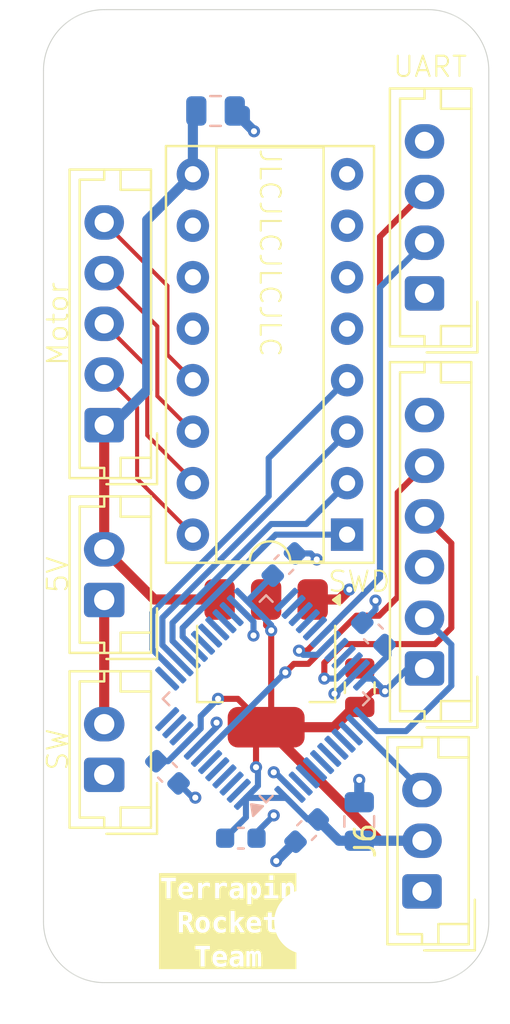
<source format=kicad_pcb>
(kicad_pcb (version 20240108) (generator "pcbnew") (generator_version "8.0")
  (layers (0 "F.Cu" signal) (1 "In1.Cu" signal) (2 "In2.Cu" signal) (31 "B.Cu" signal) (34 "B.Paste" user) (35 "F.Paste" user) (36 "B.SilkS" user "B.Silkscreen") (37 "F.SilkS" user "F.Silkscreen") (38 "B.Mask" user) (39 "F.Mask" user) (44 "Edge.Cuts" user))
  (net 0 "")
  (net 1 "GND")
  (net 2 "+3.3V")
  (net 3 "+5V")
  (net 4 "Net-(J1-Pin_1)")
  (net 5 "Net-(J3-Pin_5)")
  (net 6 "Net-(J3-Pin_3)")
  (net 7 "Net-(J3-Pin_2)")
  (net 8 "Net-(J3-Pin_4)")
  (net 10 "/TX")
  (net 11 "/RX")
  (net 12 "Net-(J5-Pin_2)")
  (net 13 "Net-(J5-Pin_4)")
  (net 15 "Net-(J5-Pin_5)")
  (net 18 "Net-(U2-I4)")
  (net 22 "Net-(U2-I1)")
  (net 24 "Net-(U2-I2)")
  (net 25 "Net-(U2-I3)")
  (net 55 "Net-(J6-Pin_3)")
  (footprint "Connector_JST:JST_EH_B6B-EH-A_1x06_P2.50mm_Vertical" (layer "F.Cu") (at 168.825 94.5 90)
    (property "Reference" "J5" (hide yes))
    (property "Value" "ST Link")
    (fp_line (start 15.11 -1.71) (end -2.61 -1.71) (stroke (width 0.12)) (layer "F.SilkS"))
    (fp_line (start -2.61 -1.71) (end -2.61 2.31) (stroke (width 0.12)) (layer "F.SilkS"))
    (fp_line (start 14.61 -1.21) (end 14.61 0) (stroke (width 0.12)) (layer "F.SilkS"))
    (fp_line (start -2.11 -1.21) (end 14.61 -1.21) (stroke (width 0.12)) (layer "F.SilkS"))
    (fp_line (start 14.61 0) (end 15.109999 0) (stroke (width 0.12)) (layer "F.SilkS"))
    (fp_line (start -2.11 0) (end -2.11 -1.21) (stroke (width 0.12)) (layer "F.SilkS"))
    (fp_line (start -2.61 0) (end -2.11 0) (stroke (width 0.12)) (layer "F.SilkS"))
    (fp_line (start -2.91 0.11) (end -2.91 2.61) (stroke (width 0.12)) (layer "F.SilkS"))
    (fp_line (start 15.11 0.81) (end 14.11 0.81) (stroke (width 0.12)) (layer "F.SilkS"))
    (fp_line (start 14.11 0.81) (end 14.11 2.31) (stroke (width 0.12)) (layer "F.SilkS"))
    (fp_line (start -1.609999 0.81) (end -1.61 2.31) (stroke (width 0.12)) (layer "F.SilkS"))
    (fp_line (start -2.61 0.81) (end -1.609999 0.81) (stroke (width 0.12)) (layer "F.SilkS"))
    (fp_line (start 15.11 2.31) (end 15.11 -1.71) (stroke (width 0.12)) (layer "F.SilkS"))
    (fp_line (start -2.61 2.31) (end 15.11 2.31) (stroke (width 0.12)) (layer "F.SilkS"))
    (fp_line (start -2.91 2.61) (end -0.41 2.61) (stroke (width 0.12)) (layer "F.SilkS"))
    (pad "1" thru_hole roundrect (at 0 0 90) (size 1.7 1.95) (drill 0.95) (layers "*.Cu" "*.Mask") (roundrect_rratio 0.147059) (net 2 "+3.3V"))
    (pad "2" thru_hole oval (at 2.5 0 90) (size 1.7 1.95) (drill 0.95) (layers "*.Cu" "*.Mask") (net 12 "Net-(J5-Pin_2)"))
    (pad "3" thru_hole oval (at 5 0 90) (size 1.7 1.95) (drill 0.95) (layers "*.Cu" "*.Mask") (net 1 "GND"))
    (pad "4" thru_hole oval (at 7.5 0 90) (size 1.7 1.95) (drill 0.95) (layers "*.Cu" "*.Mask") (net 13 "Net-(J5-Pin_4)"))
    (pad "5" thru_hole oval (at 10 0 90) (size 1.7 1.95) (drill 0.95) (layers "*.Cu" "*.Mask") (net 15 "Net-(J5-Pin_5)"))
    (pad "6" thru_hole oval (at 12.5 0 90) (size 1.7 1.95) (drill 0.95) (layers "*.Cu" "*.Mask"))
  )
  (footprint "Connector_JST:JST_EH_B5B-EH-A_1x05_P2.50mm_Vertical" (layer "F.Cu") (at 153 82.5 90)
    (property "Reference" "J3" (hide yes))
    (property "Value" "Motor Connector")
    (fp_line (start 12.61 -1.71) (end -2.61 -1.71) (stroke (width 0.12)) (layer "F.SilkS"))
    (fp_line (start -2.61 -1.71) (end -2.61 2.31) (stroke (width 0.12)) (layer "F.SilkS"))
    (fp_line (start 12.11 -1.21) (end 12.11 0) (stroke (width 0.12)) (layer "F.SilkS"))
    (fp_line (start -2.11 -1.21) (end 12.11 -1.21) (stroke (width 0.12)) (layer "F.SilkS"))
    (fp_line (start 12.11 0) (end 12.610001 0) (stroke (width 0.12)) (layer "F.SilkS"))
    (fp_line (start -2.11 0) (end -2.11 -1.21) (stroke (width 0.12)) (layer "F.SilkS"))
    (fp_line (start -2.61 0) (end -2.11 0) (stroke (width 0.12)) (layer "F.SilkS"))
    (fp_line (start -2.91 0.11) (end -2.91 2.61) (stroke (width 0.12)) (layer "F.SilkS"))
    (fp_line (start 12.61 0.81) (end 11.61 0.81) (stroke (width 0.12)) (layer "F.SilkS"))
    (fp_line (start 11.61 0.81) (end 11.61 2.31) (stroke (width 0.12)) (layer "F.SilkS"))
    (fp_line (start -1.609999 0.81) (end -1.61 2.31) (stroke (width 0.12)) (layer "F.SilkS"))
    (fp_line (start -2.61 0.81) (end -1.609999 0.81) (stroke (width 0.12)) (layer "F.SilkS"))
    (fp_line (start 12.61 2.31) (end 12.61 -1.71) (stroke (width 0.12)) (layer "F.SilkS"))
    (fp_line (start -2.61 2.31) (end 12.61 2.31) (stroke (width 0.12)) (layer "F.SilkS"))
    (fp_line (start -2.91 2.61) (end -0.41 2.61) (stroke (width 0.12)) (layer "F.SilkS"))
    (pad "1" thru_hole roundrect (at 0 0 90) (size 1.7 1.95) (drill 0.95) (layers "*.Cu" "*.Mask") (roundrect_rratio 0.147059) (net 3 "+5V"))
    (pad "2" thru_hole oval (at 2.5 0 90) (size 1.7 1.95) (drill 0.95) (layers "*.Cu" "*.Mask") (net 7 "Net-(J3-Pin_2)"))
    (pad "3" thru_hole oval (at 5 0 90) (size 1.7 1.95) (drill 0.95) (layers "*.Cu" "*.Mask") (net 6 "Net-(J3-Pin_3)"))
    (pad "4" thru_hole oval (at 7.5 0 90) (size 1.7 1.95) (drill 0.95) (layers "*.Cu" "*.Mask") (net 8 "Net-(J3-Pin_4)"))
    (pad "5" thru_hole oval (at 10 0 90) (size 1.7 1.95) (drill 0.95) (layers "*.Cu" "*.Mask") (net 5 "Net-(J3-Pin_5)"))
  )
  (footprint "MountingHole:MountingHole_3.2mm_M3" (layer "F.Cu") (at 153 65)
    (property "Reference" "H3" (hide yes))
    (property "Value" "MountingHole")
    (pad "" np_thru_hole circle (at 0 0) (size 3.2 3.2) (drill 3.2) (layers "*.Cu" "*.Mask"))
  )
  (footprint "Connector_JST:JST_EH_B3B-EH-A_1x03_P2.50mm_Vertical" (layer "F.Cu") (at 168.7 105.5 90)
    (property "Reference" "J6" (at 2.5 -2.8 90) (layer "F.SilkS"))
    (property "Value" "Hall Effect")
    (fp_line (start 7.61 -1.71) (end -2.61 -1.71) (stroke (width 0.12)) (layer "F.SilkS"))
    (fp_line (start -2.61 -1.71) (end -2.61 2.31) (stroke (width 0.12)) (layer "F.SilkS"))
    (fp_line (start 7.11 -1.21) (end 7.11 0) (stroke (width 0.12)) (layer "F.SilkS"))
    (fp_line (start -2.11 -1.21) (end 7.11 -1.21) (stroke (width 0.12)) (layer "F.SilkS"))
    (fp_line (start 7.11 0) (end 7.61 0) (stroke (width 0.12)) (layer "F.SilkS"))
    (fp_line (start -2.11 0) (end -2.11 -1.21) (stroke (width 0.12)) (layer "F.SilkS"))
    (fp_line (start -2.61 0) (end -2.11 0) (stroke (width 0.12)) (layer "F.SilkS"))
    (fp_line (start -2.91 0.11) (end -2.91 2.61) (stroke (width 0.12)) (layer "F.SilkS"))
    (fp_line (start 7.61 0.81) (end 6.61 0.81) (stroke (width 0.12)) (layer "F.SilkS"))
    (fp_line (start 6.61 0.81) (end 6.61 2.31) (stroke (width 0.12)) (layer "F.SilkS"))
    (fp_line (start -1.61 0.81) (end -1.61 2.31) (stroke (width 0.12)) (layer "F.SilkS"))
    (fp_line (start -2.61 0.81) (end -1.61 0.81) (stroke (width 0.12)) (layer "F.SilkS"))
    (fp_line (start 7.61 2.31) (end 7.61 -1.71) (stroke (width 0.12)) (layer "F.SilkS"))
    (fp_line (start -2.61 2.31) (end 7.61 2.31) (stroke (width 0.12)) (layer "F.SilkS"))
    (fp_line (start -2.91 2.61) (end -0.41 2.61) (stroke (width 0.12)) (layer "F.SilkS"))
    (pad "1" thru_hole roundrect (at 0 0 90) (size 1.7 1.95) (drill 0.95) (layers "*.Cu" "*.Mask") (roundrect_rratio 0.147059) (net 1 "GND"))
    (pad "2" thru_hole oval (at 2.5 0 90) (size 1.7 1.95) (drill 0.95) (layers "*.Cu" "*.Mask") (net 2 "+3.3V"))
    (pad "3" thru_hole oval (at 5 0 90) (size 1.7 1.95) (drill 0.95) (layers "*.Cu" "*.Mask") (net 55 "Net-(J6-Pin_3)"))
  )
  (footprint "MountingHole:MountingHole_3.2mm_M3" (layer "F.Cu") (at 153 107)
    (property "Reference" "H2" (hide yes))
    (property "Value" "MountingHole")
    (pad "" np_thru_hole circle (at 0 0) (size 3.2 3.2) (drill 3.2) (layers "*.Cu" "*.Mask"))
  )
  (footprint "Capacitor_SMD:C_0805_2012Metric" (layer "F.Cu") (at 165.625 95.449999 90)
    (property "Reference" "C7" (hide yes))
    (property "Value" "22uF")
    (fp_line (start -0.261253 -0.735) (end 0.261253 -0.735) (stroke (width 0.12)) (layer "F.SilkS"))
    (fp_line (start -0.261253 0.735) (end 0.261253 0.735) (stroke (width 0.12)) (layer "F.SilkS"))
    (pad "1" smd roundrect (at -0.949999 0 90) (size 1 1.45) (layers "F.Cu" "F.Paste" "F.Mask") (net 2 "+3.3V"))
    (pad "2" smd roundrect (at 0.949999 0 90) (size 1 1.45) (layers "F.Cu" "F.Paste" "F.Mask") (net 1 "GND"))
  )
  (footprint "MountingHole:MountingHole_3.2mm_M3" (layer "F.Cu") (at 163 107)
    (property "Reference" "H1" (hide yes))
    (property "Value" "MountingHole")
    (pad "" np_thru_hole circle (at 0 0) (size 3.2 3.2) (drill 3.2) (layers "*.Cu" "*.Mask"))
  )
  (footprint "Connector_JST:JST_EH_B2B-EH-A_1x02_P2.50mm_Vertical" (layer "F.Cu") (at 153 99.75 90)
    (property "Reference" "J2" (hide yes))
    (property "Value" "Switch")
    (fp_line (start 5.11 -1.71) (end -2.61 -1.71) (stroke (width 0.12)) (layer "F.SilkS"))
    (fp_line (start -2.61 -1.71) (end -2.61 2.31) (stroke (width 0.12)) (layer "F.SilkS"))
    (fp_line (start 4.61 -1.21) (end 4.61 0) (stroke (width 0.12)) (layer "F.SilkS"))
    (fp_line (start -2.11 -1.21) (end 4.61 -1.21) (stroke (width 0.12)) (layer "F.SilkS"))
    (fp_line (start 4.61 0) (end 5.11 0) (stroke (width 0.12)) (layer "F.SilkS"))
    (fp_line (start -2.11 0) (end -2.11 -1.21) (stroke (width 0.12)) (layer "F.SilkS"))
    (fp_line (start -2.61 0) (end -2.11 0) (stroke (width 0.12)) (layer "F.SilkS"))
    (fp_line (start -2.91 0.11) (end -2.91 2.61) (stroke (width 0.12)) (layer "F.SilkS"))
    (fp_line (start 5.11 0.81) (end 4.109999 0.81) (stroke (width 0.12)) (layer "F.SilkS"))
    (fp_line (start 4.109999 0.81) (end 4.11 2.31) (stroke (width 0.12)) (layer "F.SilkS"))
    (fp_line (start -1.609999 0.81) (end -1.61 2.31) (stroke (width 0.12)) (layer "F.SilkS"))
    (fp_line (start -2.61 0.81) (end -1.609999 0.81) (stroke (width 0.12)) (layer "F.SilkS"))
    (fp_line (start 5.11 2.31) (end 5.11 -1.71) (stroke (width 0.12)) (layer "F.SilkS"))
    (fp_line (start -2.61 2.31) (end 5.11 2.31) (stroke (width 0.12)) (layer "F.SilkS"))
    (fp_line (start -2.91 2.61) (end -0.41 2.61) (stroke (width 0.12)) (layer "F.SilkS"))
    (pad "1" thru_hole roundrect (at 0 0 90) (size 1.7 2) (drill 1) (layers "*.Cu" "*.Mask") (roundrect_rratio 0.147059) (net 1 "GND"))
    (pad "2" thru_hole oval (at 2.5 0 90) (size 1.7 2) (drill 1) (layers "*.Cu" "*.Mask") (net 4 "Net-(J1-Pin_1)"))
  )
  (footprint "Package_DIP:DIP-16_W7.62mm_Socket" (layer "F.Cu") (at 165 87.900001 180)
    (property "Reference" "U2" (hide yes))
    (property "Value" "ULN2003A")
    (fp_line (start 8.95 19.17) (end 8.95 -1.39) (stroke (width 0.12)) (layer "F.SilkS"))
    (fp_line (start 8.95 -1.39) (end -1.33 -1.389999) (stroke (width 0.12)) (layer "F.SilkS"))
    (fp_line (start 6.46 19.11) (end 6.46 -1.33) (stroke (width 0.12)) (layer "F.SilkS"))
    (fp_line (start 6.46 -1.33) (end 4.810001 -1.33) (stroke (width 0.12)) (layer "F.SilkS"))
    (fp_line (start 2.81 -1.33) (end 1.16 -1.33) (stroke (width 0.12)) (layer "F.SilkS"))
    (fp_line (start 1.16 -1.33) (end 1.159999 19.11) (stroke (width 0.12)) (layer "F.SilkS"))
    (fp_line (start 1.159999 19.11) (end 6.46 19.11) (stroke (width 0.12)) (layer "F.SilkS"))
    (fp_line (start -1.33 19.17) (end 8.95 19.17) (stroke (width 0.12)) (layer "F.SilkS"))
    (fp_line (start -1.33 -1.389999) (end -1.33 19.17) (stroke (width 0.12)) (layer "F.SilkS"))
    (fp_arc (start 4.810001 -1.33) (mid 3.81 -0.329999) (end 2.81 -1.33) (stroke (width 0.12)) (layer "F.SilkS"))
    (pad "1" thru_hole rect (at 0 0 180) (size 1.6 1.6) (drill 0.8) (layers "*.Cu" "*.Mask") (net 22 "Net-(U2-I1)"))
    (pad "2" thru_hole oval (at 0 2.54 180) (size 1.6 1.6) (drill 0.8) (layers "*.Cu" "*.Mask") (net 24 "Net-(U2-I2)"))
    (pad "3" thru_hole oval (at 0 5.079999 180) (size 1.6 1.6) (drill 0.8) (layers "*.Cu" "*.Mask") (net 25 "Net-(U2-I3)"))
    (pad "4" thru_hole oval (at 0 7.62 180) (size 1.6 1.6) (drill 0.8) (layers "*.Cu" "*.Mask") (net 18 "Net-(U2-I4)"))
    (pad "5" thru_hole oval (at 0 10.16 180) (size 1.6 1.6) (drill 0.8) (layers "*.Cu" "*.Mask"))
    (pad "6" thru_hole oval (at 0 12.7 180) (size 1.6 1.6) (drill 0.8) (layers "*.Cu" "*.Mask"))
    (pad "7" thru_hole oval (at 0 15.24 180) (size 1.6 1.6) (drill 0.8) (layers "*.Cu" "*.Mask"))
    (pad "8" thru_hole oval (at 0 17.780001 180) (size 1.6 1.6) (drill 0.8) (layers "*.Cu" "*.Mask") (net 1 "GND"))
    (pad "9" thru_hole oval (at 7.62 17.78 180) (size 1.6 1.6) (drill 0.8) (layers "*.Cu" "*.Mask") (net 3 "+5V"))
    (pad "10" thru_hole oval (at 7.62 15.24 180) (size 1.6 1.6) (drill 0.8) (layers "*.Cu" "*.Mask"))
    (pad "11" thru_hole oval (at 7.62 12.7 180) (size 1.6 1.6) (drill 0.8) (layers "*.Cu" "*.Mask"))
    (pad "12" thru_hole oval (at 7.62 10.16 180) (size 1.6 1.6) (drill 0.8) (layers "*.Cu" "*.Mask"))
    (pad "13" thru_hole oval (at 7.62 7.62 180) (size 1.6 1.6) (drill 0.8) (layers "*.Cu" "*.Mask") (net 5 "Net-(J3-Pin_5)"))
    (pad "14" thru_hole oval (at 7.62 5.08 180) (size 1.6 1.6) (drill 0.8) (layers "*.Cu" "*.Mask") (net 8 "Net-(J3-Pin_4)"))
    (pad "15" thru_hole oval (at 7.62 2.54 180) (size 1.6 1.6) (drill 0.8) (layers "*.Cu" "*.Mask") (net 6 "Net-(J3-Pin_3)"))
    (pad "16" thru_hole oval (at 7.62 0 180) (size 1.6 1.6) (drill 0.8) (layers "*.Cu" "*.Mask") (net 7 "Net-(J3-Pin_2)"))
  )
  (footprint "MountingHole:MountingHole_3.2mm_M3" (layer "F.Cu") (at 163 65)
    (property "Reference" "H4" (hide yes))
    (property "Value" "MountingHole")
    (pad "" np_thru_hole circle (at 0 0) (size 3.2 3.2) (drill 3.2) (layers "*.Cu" "*.Mask"))
  )
  (footprint "Connector_JST:JST_EH_B2B-EH-A_1x02_P2.50mm_Vertical" (layer "F.Cu") (at 153 91.125 90)
    (property "Reference" "J1" (hide yes))
    (property "Value" "5v in")
    (fp_line (start 5.11 -1.71) (end -2.61 -1.71) (stroke (width 0.12)) (layer "F.SilkS"))
    (fp_line (start -2.61 -1.71) (end -2.61 2.31) (stroke (width 0.12)) (layer "F.SilkS"))
    (fp_line (start 4.61 -1.21) (end 4.61 0) (stroke (width 0.12)) (layer "F.SilkS"))
    (fp_line (start -2.11 -1.21) (end 4.61 -1.21) (stroke (width 0.12)) (layer "F.SilkS"))
    (fp_line (start 4.61 0) (end 5.11 0) (stroke (width 0.12)) (layer "F.SilkS"))
    (fp_line (start -2.11 0) (end -2.11 -1.21) (stroke (width 0.12)) (layer "F.SilkS"))
    (fp_line (start -2.61 0) (end -2.11 0) (stroke (width 0.12)) (layer "F.SilkS"))
    (fp_line (start -2.91 0.11) (end -2.91 2.61) (stroke (width 0.12)) (layer "F.SilkS"))
    (fp_line (start 5.11 0.81) (end 4.109999 0.81) (stroke (width 0.12)) (layer "F.SilkS"))
    (fp_line (start 4.109999 0.81) (end 4.11 2.31) (stroke (width 0.12)) (layer "F.SilkS"))
    (fp_line (start -1.609999 0.81) (end -1.61 2.31) (stroke (width 0.12)) (layer "F.SilkS"))
    (fp_line (start -2.61 0.81) (end -1.609999 0.81) (stroke (width 0.12)) (layer "F.SilkS"))
    (fp_line (start 5.11 2.31) (end 5.11 -1.71) (stroke (width 0.12)) (layer "F.SilkS"))
    (fp_line (start -2.61 2.31) (end 5.11 2.31) (stroke (width 0.12)) (layer "F.SilkS"))
    (fp_line (start -2.91 2.61) (end -0.41 2.61) (stroke (width 0.12)) (layer "F.SilkS"))
    (pad "1" thru_hole roundrect (at 0 0 90) (size 1.7 2) (drill 1) (layers "*.Cu" "*.Mask") (roundrect_rratio 0.147059) (net 4 "Net-(J1-Pin_1)"))
    (pad "2" thru_hole oval (at 2.5 0 90) (size 1.7 2) (drill 1) (layers "*.Cu" "*.Mask") (net 3 "+5V"))
  )
  (footprint "Package_TO_SOT_SMD:SOT-223-3_TabPin2" (layer "F.Cu") (at 161 94.25 -90)
    (property "Reference" "U1" (hide yes))
    (property "Value" "AMS1117-3.3")
    (fp_line (start -1.85 3.410001) (end 1.91 3.41) (stroke (width 0.12)) (layer "F.SilkS"))
    (fp_line (start 1.91 3.41) (end 1.91 2.150001) (stroke (width 0.12)) (layer "F.SilkS"))
    (fp_line (start 1.91 -3.41) (end 1.91 -2.150001) (stroke (width 0.12)) (layer "F.SilkS"))
    (fp_line (start -1.85 -3.410001) (end 1.91 -3.41) (stroke (width 0.12)) (layer "F.SilkS"))
    (fp_poly (pts (xy -3.13 -3.31) (xy -3.37 -3.64) (xy -2.89 -3.64) (xy -3.13 -3.31)) (stroke (width 0.12)) (fill solid) (layer "F.SilkS"))
    (pad "1" smd roundrect (at -3.15 -2.3 270) (size 2 1.5) (layers "F.Cu" "F.Paste" "F.Mask") (net 1 "GND"))
    (pad "2" smd roundrect (at -3.149999 0 270) (size 2 1.5) (layers "F.Cu" "F.Paste" "F.Mask") (net 2 "+3.3V"))
    (pad "2" smd roundrect (at 3.149999 0 270) (size 2 3.8) (layers "F.Cu" "F.Paste" "F.Mask") (net 2 "+3.3V"))
    (pad "3" smd roundrect (at -3.15 2.3 270) (size 2 1.5) (layers "F.Cu" "F.Paste" "F.Mask") (net 3 "+5V"))
  )
  (footprint "Connector_JST:JST_EH_B4B-EH-A_1x04_P2.50mm_Vertical" (layer "F.Cu") (at 168.825 76 90)
    (property "Reference" "J4" (hide yes))
    (property "Value" "UART")
    (fp_line (start 10.11 -1.71) (end -2.61 -1.71) (stroke (width 0.12)) (layer "F.SilkS"))
    (fp_line (start -2.61 -1.71) (end -2.61 2.31) (stroke (width 0.12)) (layer "F.SilkS"))
    (fp_line (start 9.61 -1.21) (end 9.61 0) (stroke (width 0.12)) (layer "F.SilkS"))
    (fp_line (start -2.11 -1.21) (end 9.61 -1.21) (stroke (width 0.12)) (layer "F.SilkS"))
    (fp_line (start 9.61 0) (end 10.110001 0) (stroke (width 0.12)) (layer "F.SilkS"))
    (fp_line (start -2.11 0) (end -2.11 -1.21) (stroke (width 0.12)) (layer "F.SilkS"))
    (fp_line (start -2.61 0) (end -2.11 0) (stroke (width 0.12)) (layer "F.SilkS"))
    (fp_line (start -2.91 0.11) (end -2.91 2.61) (stroke (width 0.12)) (layer "F.SilkS"))
    (fp_line (start 10.11 0.81) (end 9.11 0.81) (stroke (width 0.12)) (layer "F.SilkS"))
    (fp_line (start 9.11 0.81) (end 9.11 2.31) (stroke (width 0.12)) (layer "F.SilkS"))
    (fp_line (start -1.609999 0.81) (end -1.61 2.31) (stroke (width 0.12)) (layer "F.SilkS"))
    (fp_line (start -2.61 0.81) (end -1.609999 0.81) (stroke (width 0.12)) (layer "F.SilkS"))
    (fp_line (start 10.11 2.31) (end 10.11 -1.71) (stroke (width 0.12)) (layer "F.SilkS"))
    (fp_line (start -2.61 2.31) (end 10.11 2.31) (stroke (width 0.12)) (layer "F.SilkS"))
    (fp_line (start -2.91 2.61) (end -0.41 2.61) (stroke (width 0.12)) (layer "F.SilkS"))
    (pad "1" thru_hole roundrect (at 0 0 90) (size 1.7 1.95) (drill 0.95) (layers "*.Cu" "*.Mask") (roundrect_rratio 0.147059))
    (pad "2" thru_hole oval (at 2.5 0 90) (size 1.7 1.95) (drill 0.95) (layers "*.Cu" "*.Mask") (net 10 "/TX"))
    (pad "3" thru_hole oval (at 5 0 90) (size 1.7 1.95) (drill 0.95) (layers "*.Cu" "*.Mask") (net 11 "/RX"))
    (pad "4" thru_hole oval (at 7.5 0 90) (size 1.7 1.95) (drill 0.95) (layers "*.Cu" "*.Mask") (net 1 "GND"))
  )
  (footprint "Capacitor_SMD:C_0603_1608Metric" (layer "B.Cu") (at 161.875 89.375 45)
    (property "Reference" "C1" (hide yes))
    (property "Value" "100n")
    (fp_line (start 0.140581 -0.51) (end -0.140581 -0.51) (stroke (width 0.12)) (layer "B.SilkS"))
    (fp_line (start 0.140581 0.51) (end -0.140581 0.51) (stroke (width 0.12)) (layer "B.SilkS"))
    (pad "1" smd roundrect (at -0.775 0 45) (size 0.9 0.95) (layers "B.Cu" "B.Paste" "B.Mask") (net 2 "+3.3V"))
    (pad "2" smd roundrect (at 0.775 0 45) (size 0.9 0.95) (layers "B.Cu" "B.Paste" "B.Mask") (net 1 "GND"))
  )
  (footprint "Capacitor_SMD:C_0805_2012Metric" (layer "B.Cu") (at 165.6 102.050001 90)
    (property "Reference" "C6" (hide yes))
    (property "Value" "4u7")
    (fp_line (start 0.261253 -0.735) (end -0.261253 -0.735) (stroke (width 0.12)) (layer "B.SilkS"))
    (fp_line (start 0.261253 0.735) (end -0.261253 0.735) (stroke (width 0.12)) (layer "B.SilkS"))
    (pad "1" smd roundrect (at -0.949999 0 90) (size 1 1.45) (layers "B.Cu" "B.Paste" "B.Mask") (net 2 "+3.3V"))
    (pad "2" smd roundrect (at 0.949999 0 90) (size 1 1.45) (layers "B.Cu" "B.Paste" "B.Mask") (net 1 "GND"))
  )
  (footprint "Capacitor_SMD:C_0603_1608Metric" (layer "B.Cu") (at 159.75 102.875)
    (property "Reference" "C4" (hide yes))
    (property "Value" "100n")
    (fp_line (start 0.140581 -0.51) (end -0.140581 -0.51) (stroke (width 0.12)) (layer "B.SilkS"))
    (fp_line (start 0.140581 0.51) (end -0.140581 0.51) (stroke (width 0.12)) (layer "B.SilkS"))
    (pad "1" smd roundrect (at -0.775 0) (size 0.9 0.95) (layers "B.Cu" "B.Paste" "B.Mask") (net 2 "+3.3V"))
    (pad "2" smd roundrect (at 0.775 0) (size 0.9 0.95) (layers "B.Cu" "B.Paste" "B.Mask") (net 1 "GND"))
  )
  (footprint "Capacitor_SMD:C_0603_1608Metric" (layer "B.Cu") (at 156.125 99.625 -45)
    (property "Reference" "C2" (hide yes))
    (property "Value" "100n")
    (fp_line (start 0.140581 0.51) (end -0.140581 0.51) (stroke (width 0.12)) (layer "B.SilkS"))
    (fp_line (start 0.140581 -0.51) (end -0.140581 -0.51) (stroke (width 0.12)) (layer "B.SilkS"))
    (pad "1" smd roundrect (at -0.775 0 315) (size 0.9 0.95) (layers "B.Cu" "B.Paste" "B.Mask") (net 2 "+3.3V"))
    (pad "2" smd roundrect (at 0.775 0 315) (size 0.9 0.95) (layers "B.Cu" "B.Paste" "B.Mask") (net 1 "GND"))
  )
  (footprint "Package_QFP:LQFP-48_7x7mm_P0.5mm" (layer "B.Cu") (at 161 96 45)
    (property "Reference" "U3" (hide yes))
    (property "Value" "STM32F103C8Tx")
    (fp_line (start -3.61 -3.61) (end -3.16 -3.61) (stroke (width 0.12)) (layer "B.SilkS"))
    (fp_line (start -3.61 -3.16) (end -3.61 -3.61) (stroke (width 0.12)) (layer "B.SilkS"))
    (fp_line (start -3.61 3.16) (end -3.61 3.61) (stroke (width 0.12)) (layer "B.SilkS"))
    (fp_line (start 3.61 -3.61) (end 3.16 -3.61) (stroke (width 0.12)) (layer "B.SilkS"))
    (fp_line (start -3.61 3.61) (end -3.16 3.61) (stroke (width 0.12)) (layer "B.SilkS"))
    (fp_line (start 3.61 -3.16) (end 3.61 -3.61) (stroke (width 0.12)) (layer "B.SilkS"))
    (fp_line (start 3.61 3.16) (end 3.61 3.61) (stroke (width 0.12)) (layer "B.SilkS"))
    (fp_line (start 3.61 3.61) (end 3.16 3.61) (stroke (width 0.12)) (layer "B.SilkS"))
    (fp_poly (pts (xy -4.2 3.16) (xy -4.54 3.63) (xy -3.86 3.63) (xy -4.2 3.16)) (stroke (width 0.12)) (fill solid) (layer "B.SilkS"))
    (pad "1" smd roundrect (at -4.1625 2.75 45) (size 1.475 0.3) (layers "B.Cu" "B.Paste" "B.Mask") (net 2 "+3.3V"))
    (pad "2" smd roundrect (at -4.1625 2.25 45) (size 1.475 0.3) (layers "B.Cu" "B.Paste" "B.Mask"))
    (pad "3" smd roundrect (at -4.1625 1.75 45) (size 1.475 0.3) (layers "B.Cu" "B.Paste" "B.Mask"))
    (pad "4" smd roundrect (at -4.1625 1.249999 45) (size 1.475 0.3) (layers "B.Cu" "B.Paste" "B.Mask"))
    (pad "5" smd roundrect (at -4.1625 0.75 45) (size 1.475 0.3) (layers "B.Cu" "B.Paste" "B.Mask"))
    (pad "6" smd roundrect (at -4.1625 0.25 45) (size 1.475 0.3) (layers "B.Cu" "B.Paste" "B.Mask"))
    (pad "7" smd roundrect (at -4.1625 -0.25 45) (size 1.475 0.3) (layers "B.Cu" "B.Paste" "B.Mask") (net 15 "Net-(J5-Pin_5)"))
    (pad "8" smd roundrect (at -4.1625 -0.75 45) (size 1.475 0.3) (layers "B.Cu" "B.Paste" "B.Mask") (net 1 "GND"))
    (pad "9" smd roundrect (at -4.1625 -1.249999 45) (size 1.475 0.3) (layers "B.Cu" "B.Paste" "B.Mask") (net 2 "+3.3V"))
    (pad "10" smd roundrect (at -4.1625 -1.75 45) (size 1.475 0.3) (layers "B.Cu" "B.Paste" "B.Mask"))
    (pad "11" smd roundrect (at -4.1625 -2.25 45) (size 1.475 0.3) (layers "B.Cu" "B.Paste" "B.Mask"))
    (pad "12" smd roundrect (at -4.1625 -2.75 45) (size 1.475 0.3) (layers "B.Cu" "B.Paste" "B.Mask"))
    (pad "13" smd roundrect (at -2.75 -4.1625 45) (size 0.3 1.475) (layers "B.Cu" "B.Paste" "B.Mask"))
    (pad "14" smd roundrect (at -2.25 -4.1625 45) (size 0.3 1.475) (layers "B.Cu" "B.Paste" "B.Mask") (net 18 "Net-(U2-I4)"))
    (pad "15" smd roundrect (at -1.75 -4.1625 45) (size 0.3 1.475) (layers "B.Cu" "B.Paste" "B.Mask") (net 25 "Net-(U2-I3)"))
    (pad "16" smd roundrect (at -1.249999 -4.1625 45) (size 0.3 1.475) (layers "B.Cu" "B.Paste" "B.Mask") (net 24 "Net-(U2-I2)"))
    (pad "17" smd roundrect (at -0.75 -4.1625 45) (size 0.3 1.475) (layers "B.Cu" "B.Paste" "B.Mask") (net 22 "Net-(U2-I1)"))
    (pad "18" smd roundrect (at -0.25 -4.1625 45) (size 0.3 1.475) (layers "B.Cu" "B.Paste" "B.Mask"))
    (pad "19" smd roundrect (at 0.25 -4.1625 45) (size 0.3 1.475) (layers "B.Cu" "B.Paste" "B.Mask"))
    (pad "20" smd roundrect (at 0.75 -4.1625 45) (size 0.3 1.475) (layers "B.Cu" "B.Paste" "B.Mask"))
    (pad "21" smd roundrect (at 1.249999 -4.1625 45) (size 0.3 1.475) (layers "B.Cu" "B.Paste" "B.Mask"))
    (pad "22" smd roundrect (at 1.75 -4.1625 45) (size 0.3 1.475) (layers "B.Cu" "B.Paste" "B.Mask"))
    (pad "23" smd roundrect (at 2.25 -4.1625 45) (size 0.3 1.475) (layers "B.Cu" "B.Paste" "B.Mask") (net 1 "GND"))
    (pad "24" smd roundrect (at 2.75 -4.1625 45) (size 0.3 1.475) (layers "B.Cu" "B.Paste" "B.Mask") (net 2 "+3.3V"))
    (pad "25" smd roundrect (at 4.1625 -2.75 45) (size 1.475 0.3) (layers "B.Cu" "B.Paste" "B.Mask"))
    (pad "26" smd roundrect (at 4.1625 -2.25 45) (size 1.475 0.3) (layers "B.Cu" "B.Paste" "B.Mask"))
    (pad "27" smd roundrect (at 4.1625 -1.75 45) (size 1.475 0.3) (layers "B.Cu" "B.Paste" "B.Mask"))
    (pad "28" smd roundrect (at 4.1625 -1.249999 45) (size 1.475 0.3) (layers "B.Cu" "B.Paste" "B.Mask"))
    (pad "29" smd roundrect (at 4.1625 -0.75 45) (size 1.475 0.3) (layers "B.Cu" "B.Paste" "B.Mask"))
    (pad "30" smd roundrect (at 4.1625 -0.25 45) (size 1.475 0.3) (layers "B.Cu" "B.Paste" "B.Mask") (net 10 "/TX"))
    (pad "31" smd roundrect (at 4.1625 0.25 45) (size 1.475 0.3) (layers "B.Cu" "B.Paste" "B.Mask") (net 11 "/RX"))
    (pad "32" smd roundrect (at 4.1625 0.75 45) (size 1.475 0.3) (layers "B.Cu" "B.Paste" "B.Mask"))
    (pad "33" smd roundrect (at 4.1625 1.249999 45) (size 1.475 0.3) (layers "B.Cu" "B.Paste" "B.Mask"))
    (pad "34" smd roundrect (at 4.1625 1.75 45) (size 1.475 0.3) (layers "B.Cu" "B.Paste" "B.Mask") (net 13 "Net-(J5-Pin_4)"))
    (pad "35" smd roundrect (at 4.1625 2.25 45) (size 1.475 0.3) (layers "B.Cu" "B.Paste" "B.Mask") (net 1 "GND"))
    (pad "36" smd roundrect (at 4.1625 2.75 45) (size 1.475 0.3) (layers "B.Cu" "B.Paste" "B.Mask") (net 2 "+3.3V"))
    (pad "37" smd roundrect (at 2.75 4.1625 45) (size 0.3 1.475) (layers "B.Cu" "B.Paste" "B.Mask") (net 12 "Net-(J5-Pin_2)"))
    (pad "38" smd roundrect (at 2.25 4.1625 45) (size 0.3 1.475) (layers "B.Cu" "B.Paste" "B.Mask") (net 55 "Net-(J6-Pin_3)"))
    (pad "39" smd roundrect (at 1.75 4.1625 45) (size 0.3 1.475) (layers "B.Cu" "B.Paste" "B.Mask"))
    (pad "40" smd roundrect (at 1.249999 4.1625 45) (size 0.3 1.475) (layers "B.Cu" "B.Paste" "B.Mask"))
    (pad "41" smd roundrect (at 0.75 4.1625 45) (size 0.3 1.475) (layers "B.Cu" "B.Paste" "B.Mask"))
    (pad "42" smd roundrect (at 0.25 4.1625 45) (size 0.3 1.475) (layers "B.Cu" "B.Paste" "B.Mask"))
    (pad "43" smd roundrect (at -0.25 4.1625 45) (size 0.3 1.475) (layers "B.Cu" "B.Paste" "B.Mask"))
    (pad "44" smd roundrect (at -0.75 4.1625 45) (size 0.3 1.475) (layers "B.Cu" "B.Paste" "B.Mask"))
    (pad "45" smd roundrect (at -1.249999 4.1625 45) (size 0.3 1.475) (layers "B.Cu" "B.Paste" "B.Mask"))
    (pad "46" smd roundrect (at -1.75 4.1625 45) (size 0.3 1.475) (layers "B.Cu" "B.Paste" "B.Mask"))
    (pad "47" smd roundrect (at -2.25 4.1625 45) (size 0.3 1.475) (layers "B.Cu" "B.Paste" "B.Mask") (net 1 "GND"))
    (pad "48" smd roundrect (at -2.75 4.1625 45) (size 0.3 1.475) (layers "B.Cu" "B.Paste" "B.Mask") (net 2 "+3.3V"))
  )
  (footprint "Capacitor_SMD:C_0805_2012Metric" (layer "B.Cu") (at 158.5 67)
    (property "Reference" "C8" (hide yes))
    (property "Value" "10uF")
    (fp_line (start 0.261253 -0.735) (end -0.261253 -0.735) (stroke (width 0.12)) (layer "B.SilkS"))
    (fp_line (start 0.261253 0.735) (end -0.261253 0.735) (stroke (width 0.12)) (layer "B.SilkS"))
    (pad "1" smd roundrect (at -0.949999 0) (size 1 1.45) (layers "B.Cu" "B.Paste" "B.Mask") (net 3 "+5V"))
    (pad "2" smd roundrect (at 0.949999 0) (size 1 1.45) (layers "B.Cu" "B.Paste" "B.Mask") (net 1 "GND"))
  )
  (footprint "Capacitor_SMD:C_0603_1608Metric" (layer "B.Cu") (at 163 102.5 -135)
    (property "Reference" "C3" (hide yes))
    (property "Value" "100n")
    (fp_line (start 0.140581 0.51) (end -0.140581 0.51) (stroke (width 0.12)) (layer "B.SilkS"))
    (fp_line (start 0.140581 -0.51) (end -0.140581 -0.51) (stroke (width 0.12)) (layer "B.SilkS"))
    (pad "1" smd roundrect (at -0.775 0 225) (size 0.9 0.95) (layers "B.Cu" "B.Paste" "B.Mask") (net 2 "+3.3V"))
    (pad "2" smd roundrect (at 0.775 0 225) (size 0.9 0.95) (layers "B.Cu" "B.Paste" "B.Mask") (net 1 "GND"))
  )
  (footprint "Capacitor_SMD:C_0603_1608Metric" (layer "B.Cu") (at 166.298008 92.798008 135)
    (property "Reference" "C5" (hide yes))
    (property "Value" "100n")
    (fp_line (start 0.140581 -0.51) (end -0.140581 -0.51) (stroke (width 0.12)) (layer "B.SilkS"))
    (fp_line (start 0.140581 0.51) (end -0.140581 0.51) (stroke (width 0.12)) (layer "B.SilkS"))
    (pad "1" smd roundrect (at -0.775 0 135) (size 0.9 0.95) (layers "B.Cu" "B.Paste" "B.Mask") (net 2 "+3.3V"))
    (pad "2" smd roundrect (at 0.775 0 135) (size 0.9 0.95) (layers "B.Cu" "B.Paste" "B.Mask") (net 1 "GND"))
  )
  (gr_arc (start 150 65) (mid 150.87868 62.87868) (end 153 62) (stroke (width 0.05)) (layer "Edge.Cuts"))
  (gr_line (start 153 110) (end 169 110) (stroke (width 0.05)) (layer "Edge.Cuts"))
  (gr_line (start 150 65) (end 150 107) (stroke (width 0.05)) (layer "Edge.Cuts"))
  (gr_arc (start 169 62) (mid 171.12132 62.87868) (end 172 65) (stroke (width 0.05)) (layer "Edge.Cuts"))
  (gr_line (start 153 62) (end 169 62) (stroke (width 0.05)) (layer "Edge.Cuts"))
  (gr_line (start 172 107) (end 172 65) (stroke (width 0.05)) (layer "Edge.Cuts"))
  (gr_arc (start 153 110) (mid 150.87868 109.12132) (end 150 107) (stroke (width 0.05)) (layer "Edge.Cuts"))
  (gr_arc (start 172 107) (mid 171.12132 109.12132) (end 169 110) (stroke (width 0.05)) (layer "Edge.Cuts"))
  (gr_text "Terrapin\nRocket\nTeam" (at 159.125 109.375 0) (layer "F.SilkS" knockout) (effects (font (size 1 1) (thickness 0.2) (bold yes)) (justify bottom)))
  (gr_text "SWD" (at 165.6 90.8 0) (layer "F.SilkS") (effects (font (size 1 1) (thickness 0.1)) (justify bottom)))
  (gr_text "Motor" (at 151.29 77.5 90) (layer "F.SilkS") (effects (font (size 1 1) (thickness 0.1)) (justify bottom)))
  (gr_text "SW" (at 151.29 98.5 90) (layer "F.SilkS") (effects (font (size 1 1) (thickness 0.1)) (justify bottom)))
  (gr_text "UART" (at 169.1 65.4 0) (layer "F.SilkS") (effects (font (size 1 1) (thickness 0.1)) (justify bottom)))
  (gr_text "JLCJLCJLCJLC" (at 161.190001 68.790001 270) (layer "F.SilkS") (effects (font (size 1 1) (thickness 0.1)) (justify left)))
  (gr_text "5V" (at 151.29 89.875 90) (layer "F.SilkS") (effects (font (size 1 1) (thickness 0.1)) (justify bottom)))
  (segment (start 164.61924 91.1) (end 163.3 91.1) (width 0.5) (layer "F.Cu") (net 1))
  (segment (start 165.10962 90.60962) (end 164.61924 91.1) (width 0.5) (layer "F.Cu") (net 1))
  (via (at 161.375 101.75) (size 0.6) (drill 0.3) (layers "F.Cu" "B.Cu") (net 1))
  (via (at 163.5 89.125) (size 0.6) (drill 0.3) (layers "F.Cu" "B.Cu") (net 1))
  (via (at 165.10962 90.60962) (size 0.6) (drill 0.3) (layers "F.Cu" "B.Cu") (net 1))
  (via (at 161.375 99.625) (size 0.6) (drill 0.3) (layers "F.Cu" "B.Cu") (net 1))
  (via (at 160.4 68) (size 0.6) (drill 0.3) (layers "F.Cu" "B.Cu") (net 1))
  (via (at 160.375 92.875) (size 0.6) (drill 0.3) (layers "F.Cu" "B.Cu") (net 1))
  (via (at 157.5 100.875) (size 0.6) (drill 0.3) (layers "F.Cu" "B.Cu") (net 1))
  (via (at 166.403859 91.15386) (size 0.6) (drill 0.3) (layers "F.Cu" "B.Cu") (net 1))
  (via (at 161.5 104) (size 0.6) (drill 0.3) (layers "F.Cu" "B.Cu") (net 1))
  (via (at 158.551103 97.176103) (size 0.6) (drill 0.3) (layers "F.Cu" "B.Cu") (net 1))
  (via (at 165.6 100) (size 0.6) (drill 0.3) (layers "F.Cu" "B.Cu") (net 1))
  (via (at 164.375 95.75) (size 0.6) (drill 0.3) (layers "F.Cu" "B.Cu") (net 1))
  (segment (start 157.5 100.875) (end 157.375 100.875) (width 0.3) (layer "B.Cu") (net 1))
  (segment (start 160.525 102.875) (end 160.525 102.6) (width 0.3) (layer "B.Cu") (net 1))
  (segment (start 166.403859 91.15386) (end 166.403859 91.596141) (width 0.3) (layer "B.Cu") (net 1))
  (segment (start 159.949999 67) (end 159.949999 67.549999) (width 0.5) (layer "B.Cu") (net 1))
  (segment (start 158.551103 97.176103) (end 158.551103 97.388237) (width 0.3) (layer "B.Cu") (net 1))
  (segment (start 158.551103 97.388237) (end 157.526338 98.413002) (width 0.3) (layer "B.Cu") (net 1))
  (segment (start 160.375 92.19302) (end 160.375 92.875) (width 0.3) (layer "B.Cu") (net 1))
  (segment (start 165.6 101.100002) (end 165.6 100) (width 0.5) (layer "B.Cu") (net 1))
  (segment (start 162.298008 88.826992) (end 163.201992 88.826992) (width 0.3) (layer "B.Cu") (net 1))
  (segment (start 166.403859 91.596141) (end 165.75 92.25) (width 0.3) (layer "B.Cu") (net 1))
  (segment (start 165.534322 94.647658) (end 164.43198 95.75) (width 0.3) (layer "B.Cu") (net 1))
  (segment (start 159.949999 67.549999) (end 160.4 68) (width 0.5) (layer "B.Cu") (net 1))
  (segment (start 160.525 102.6) (end 161.375 101.75) (width 0.3) (layer "B.Cu") (net 1))
  (segment (start 161.44302 99.625) (end 161.375 99.625) (width 0.3) (layer "B.Cu") (net 1))
  (segment (start 162.451992 103.048008) (end 161.5 104) (width 0.5) (layer "B.Cu") (net 1))
  (segment (start 157.375 100.875) (end 156.673008 100.173008) (width 0.3) (layer "B.Cu") (net 1))
  (segment (start 162.352342 100.534322) (end 161.44302 99.625) (width 0.3) (layer "B.Cu") (net 1))
  (segment (start 159.647658 91.465678) (end 160.375 92.19302) (width 0.3) (layer "B.Cu") (net 1))
  (segment (start 163.201992 88.826992) (end 163.5 89.125) (width 0.3) (layer "B.Cu") (net 1))
  (segment (start 164.43198 95.75) (end 164.375 95.75) (width 0.3) (layer "B.Cu") (net 1))
  (segment (start 160.5 97.899999) (end 161 97.399999) (width 0.3) (layer "F.Cu") (net 2))
  (segment (start 161 97.399999) (end 161.25 97.149999) (width 0.3) (layer "F.Cu") (net 2))
  (segment (start 160.5 99.375) (end 160.5 97.899999) (width 0.3) (layer "F.Cu") (net 2))
  (segment (start 159.600001 96) (end 161 97.399999) (width 0.3) (layer "F.Cu") (net 2))
  (segment (start 164.350001 97.399999) (end 165.475002 96.274998) (width 0.5) (layer "F.Cu") (net 2))
  (segment (start 166.274998 95.625) (end 165.625 96.274998) (width 0.3) (layer "F.Cu") (net 2))
  (segment (start 161.25 92.625) (end 161 92.375) (width 0.3) (layer "F.Cu") (net 2))
  (segment (start 161 97.399999) (end 164.350001 97.399999) (width 0.5) (layer "F.Cu") (net 2))
  (segment (start 166.875 95.625) (end 166.274998 95.625) (width 0.3) (layer "F.Cu") (net 2))
  (segment (start 168.7 103) (end 166.600001 103) (width 0.5) (layer "F.Cu") (net 2))
  (segment (start 161 92.375) (end 161 91.100001) (width 0.3) (layer "F.Cu") (net 2))
  (segment (start 165.475002 96.274998) (end 165.625 96.274998) (width 0.5) (layer "F.Cu") (net 2))
  (segment (start 158.625 96) (end 159.600001 96) (width 0.3) (layer "F.Cu") (net 2))
  (segment (start 161.25 97.149999) (end 161.25 92.625) (width 0.3) (layer "F.Cu") (net 2))
  (segment (start 166.600001 103) (end 161 97.399999) (width 0.5) (layer "F.Cu") (net 2))
  (via (at 160.5 99.375) (size 0.6) (drill 0.3) (layers "F.Cu" "B.Cu") (net 2))
  (via (at 161.25 92.625) (size 0.6) (drill 0.3) (layers "F.Cu" "B.Cu") (net 2))
  (via (at 158.625 96) (size 0.6) (drill 0.3) (layers "F.Cu" "B.Cu") (net 2))
  (via (at 166.875 95.625) (size 0.6) (drill 0.3) (layers "F.Cu" "B.Cu") (net 2))
  (segment (start 157.767192 96.857808) (end 158.625 96) (width 0.3) (layer "B.Cu") (net 2))
  (segment (start 157.172785 98.059449) (end 157.767192 97.465042) (width 0.3) (layer "B.Cu") (net 2))
  (segment (start 166.251212 95.001212) (end 166.875 95.625) (width 0.3) (layer "B.Cu") (net 2))
  (segment (start 168 94.5) (end 166.875 95.625) (width 0.3) (layer "B.Cu") (net 2))
  (segment (start 156.155242 99.076992) (end 155.576992 99.076992) (width 0.3) (layer "B.Cu") (net 2))
  (segment (start 165.6 103) (end 168.7 103) (width 0.5) (layer "B.Cu") (net 2))
  (segment (start 164.596016 103) (end 163.548008 101.951992) (width 0.5) (layer "B.Cu") (net 2))
  (segment (start 160.001212 91.112124) (end 160.137876 91.112124) (width 0.3) (layer "B.Cu") (net 2))
  (segment (start 157.767192 97.465042) (end 157.767192 96.857808) (width 0.3) (layer "B.Cu") (net 2))
  (segment (start 168.825 94.5) (end 168 94.5) (width 0.3) (layer "B.Cu") (net 2))
  (segment (start 160.001212 100.887876) (end 160.001212 101.848788) (width 0.3) (layer "B.Cu") (net 2))
  (segment (start 160.595619 100.293469) (end 160.595619 99.470619) (width 0.3) (layer "B.Cu") (net 2))
  (segment (start 160.001212 101.848788) (end 158.975 102.875) (width 0.3) (layer "B.Cu") (net 2))
  (segment (start 160.137876 91.112124) (end 161.326992 89.923008) (width 0.3) (layer "B.Cu") (net 2))
  (segment (start 161.25 92.360912) (end 160.001212 91.112124) (width 0.3) (layer "B.Cu") (net 2))
  (segment (start 157.172785 98.059449) (end 156.155242 99.076992) (width 0.3) (layer "B.Cu") (net 2))
  (segment (start 161.998788 100.887876) (end 160.001212 100.887876) (width 0.3) (layer "B.Cu") (net 2))
  (segment (start 161.25 92.625) (end 161.25 92.360912) (width 0.3) (layer "B.Cu") (net 2))
  (segment (start 160.001212 100.887876) (end 160.595619 100.293469) (width 0.3) (layer "B.Cu") (net 2))
  (segment (start 165.6 103) (end 164.596016 103) (width 0.5) (layer "B.Cu") (net 2))
  (segment (start 167.048008 93.84108) (end 165.887876 95.001212) (width 0.3) (layer "B.Cu") (net 2))
  (segment (start 160.595619 99.470619) (end 160.5 99.375) (width 0.3) (layer "B.Cu") (net 2))
  (segment (start 163.062904 101.951992) (end 161.998788 100.887876) (width 0.3) (layer "B.Cu") (net 2))
  (segment (start 165.887876 95.001212) (end 166.251212 95.001212) (width 0.3) (layer "B.Cu") (net 2))
  (segment (start 167.048008 93.673008) (end 167.048008 93.84108) (width 0.3) (layer "B.Cu") (net 2))
  (segment (start 158.7 91.1) (end 155.475 91.1) (width 0.5) (layer "F.Cu") (net 3))
  (segment (start 153 88.625) (end 153 82.5) (width 0.5) (layer "F.Cu") (net 3))
  (segment (start 155.475 91.1) (end 153 88.625) (width 0.5) (layer "F.Cu") (net 3))
  (segment (start 155.125 80.767234) (end 155.125 72.375001) (width 0.5) (layer "B.Cu") (net 3))
  (segment (start 155.125 72.375001) (end 157.38 70.120001) (width 0.5) (layer "B.Cu") (net 3))
  (segment (start 157.38 70.120001) (end 157.38 67.170001) (width 0.5) (layer "B.Cu") (net 3))
  (segment (start 157.38 67.170001) (end 157.550001 67) (width 0.5) (layer "B.Cu") (net 3))
  (segment (start 153.392234 82.5) (end 155.125 80.767234) (width 0.5) (layer "B.Cu") (net 3))
  (segment (start 153 82.5) (end 153.392234 82.5) (width 0.5) (layer "B.Cu") (net 3))
  (segment (start 153 91.125) (end 153 97.25) (width 0.5) (layer "F.Cu") (net 4))
  (segment (start 156.125 75.625) (end 153 72.5) (width 0.2) (layer "F.Cu") (net 5))
  (segment (start 156.125 79.025001) (end 156.125 75.625) (width 0.2) (layer "F.Cu") (net 5))
  (segment (start 157.38 80.280001) (end 156.125 79.025001) (width 0.2) (layer "F.Cu") (net 5))
  (segment (start 155.125 79.625) (end 153 77.5) (width 0.2) (layer "F.Cu") (net 6))
  (segment (start 157.38 85.360001) (end 157.38 85.255) (width 0.2) (layer "F.Cu") (net 6))
  (segment (start 157.38 85.255) (end 155.125 83) (width 0.2) (layer "F.Cu") (net 6))
  (segment (start 155.125 83) (end 155.125 79.625) (width 0.2) (layer "F.Cu") (net 6))
  (segment (start 157.38 87.900001) (end 154.625 85.145001) (width 0.2) (layer "F.Cu") (net 7))
  (segment (start 154.625 85.145001) (end 154.625 81.625) (width 0.2) (layer "F.Cu") (net 7))
  (segment (start 154.625 81.625) (end 153 80) (width 0.2) (layer "F.Cu") (net 7))
  (segment (start 155.625 77.625) (end 153 75) (width 0.2) (layer "F.Cu") (net 8))
  (segment (start 157.38 82.820001) (end 155.625 81.065001) (width 0.2) (layer "F.Cu") (net 8))
  (segment (start 155.625 81.065001) (end 155.625 77.625) (width 0.2) (layer "F.Cu") (net 8))
  (segment (start 166.625 90.013479) (end 166.625 75.7) (width 0.3) (layer "B.Cu") (net 10))
  (segment (start 164.375 92.263479) (end 166.625 90.013479) (width 0.3) (layer "B.Cu") (net 10))
  (segment (start 164.375 92.271446) (end 164.375 92.263479) (width 0.3) (layer "B.Cu") (net 10))
  (segment (start 166.625 75.7) (end 168.825 73.5) (width 0.3) (layer "B.Cu") (net 10))
  (segment (start 163.766555 92.879891) (end 164.375 92.271446) (width 0.3) (layer "B.Cu") (net 10))
  (segment (start 164.650153 92) (end 164.650153 91.988326) (width 0.3) (layer "F.Cu") (net 11))
  (segment (start 162.625 93.625) (end 163.025153 93.625) (width 0.3) (layer "F.Cu") (net 11))
  (segment (start 166.625 90.013479) (end 166.625 73.2) (width 0.3) (layer "F.Cu") (net 11))
  (segment (start 163.025153 93.625) (end 164.650153 92) (width 0.3) (layer "F.Cu") (net 11))
  (segment (start 164.650153 91.988326) (end 166.625 90.013479) (width 0.3) (layer "F.Cu") (net 11))
  (segment (start 166.625 73.2) (end 168.825 71) (width 0.3) (layer "F.Cu") (net 11))
  (via (at 162.625 93.625) (size 0.6) (drill 0.3) (layers "F.Cu" "B.Cu") (net 11))
  (segment (start 163.525702 93.827852) (end 162.827852 93.827852) (width 0.3) (layer "B.Cu") (net 11))
  (segment (start 164.120109 93.233445) (end 163.525702 93.827852) (width 0.3) (layer "B.Cu") (net 11))
  (segment (start 162.827852 93.827852) (end 162.625 93.625) (width 0.3) (layer "B.Cu") (net 11))
  (segment (start 170.15 95.355456) (end 167.912261 97.593195) (width 0.3) (layer "B.Cu") (net 12))
  (segment (start 168.825 92) (end 170.15 93.325) (width 0.3) (layer "B.Cu") (net 12))
  (segment (start 170.15 93.325) (end 170.15 95.355456) (width 0.3) (layer "B.Cu") (net 12))
  (segment (start 166.482283 97.593195) (end 165.887876 96.998788) (width 0.3) (layer "B.Cu") (net 12))
  (segment (start 167.912261 97.593195) (end 166.482283 97.593195) (width 0.3) (layer "B.Cu") (net 12))
  (segment (start 163.875 94.225) (end 163.875 95) (width 0.3) (layer "F.Cu") (net 13))
  (segment (start 169.347056 93.3) (end 164.8 93.3) (width 0.3) (layer "F.Cu") (net 13))
  (segment (start 164.8 93.3) (end 163.875 94.225) (width 0.3) (layer "F.Cu") (net 13))
  (segment (start 170.15 92.497056) (end 169.347056 93.3) (width 0.3) (layer "F.Cu") (net 13))
  (segment (start 170.15 88.325) (end 170.15 92.497056) (width 0.3) (layer "F.Cu") (net 13))
  (segment (start 168.825 87) (end 170.15 88.325) (width 0.3) (layer "F.Cu") (net 13))
  (via (at 163.875 95) (size 0.6) (drill 0.3) (layers "F.Cu" "B.Cu") (net 13))
  (segment (start 164.474874 95) (end 163.875 95) (width 0.3) (layer "B.Cu") (net 13))
  (segment (start 165.180769 94.294105) (end 164.474874 95) (width 0.3) (layer "B.Cu") (net 13))
  (segment (start 167.5 85.825) (end 168.825 84.5) (width 0.3) (layer "F.Cu") (net 15))
  (segment (start 162.371446 94.275) (end 163.082259 94.275) (width 0.3) (layer "F.Cu") (net 15))
  (segment (start 161.948223 94.698223) (end 162.371446 94.275) (width 0.3) (layer "F.Cu") (net 15))
  (segment (start 166.576958 91.9) (end 167.5 90.976958) (width 0.3) (layer "F.Cu") (net 15))
  (segment (start 167.5 90.976958) (end 167.5 85.825) (width 0.3) (layer "F.Cu") (net 15))
  (segment (start 165.457259 91.9) (end 166.576958 91.9) (width 0.3) (layer "F.Cu") (net 15))
  (segment (start 163.082259 94.275) (end 165.457259 91.9) (width 0.3) (layer "F.Cu") (net 15))
  (via (at 161.948223 94.698223) (size 0.6) (drill 0.3) (layers "F.Cu" "B.Cu") (net 15))
  (segment (start 161.948223 94.698223) (end 157.879891 98.766555) (width 0.3) (layer "B.Cu") (net 15))
  (segment (start 155.375 93.55698) (end 155.375 91.75) (width 0.3) (layer "B.Cu") (net 18))
  (segment (start 156.465678 94.647658) (end 155.375 93.55698) (width 0.3) (layer "B.Cu") (net 18))
  (segment (start 155.375 91.75) (end 161.125 86) (width 0.3) (layer "B.Cu") (net 18))
  (segment (start 161.125 86) (end 161.125 84.125) (width 0.3) (layer "B.Cu") (net 18))
  (segment (start 164.969999 80.280001) (end 165 80.280001) (width 0.3) (layer "B.Cu") (net 18))
  (segment (start 161.125 84.125) (end 164.969999 80.280001) (width 0.3) (layer "B.Cu") (net 18))
  (segment (start 157.526338 93.586998) (end 156.875 92.93566) (width 0.3) (layer "B.Cu") (net 22))
  (segment (start 156.875 92.5) (end 161.474999 87.900001) (width 0.3) (layer "B.Cu") (net 22))
  (segment (start 161.474999 87.900001) (end 165 87.900001) (width 0.3) (layer "B.Cu") (net 22))
  (segment (start 156.875 92.93566) (end 156.875 92.5) (width 0.3) (layer "B.Cu") (net 22))
  (segment (start 162.985001 87.375) (end 165 85.360001) (width 0.3) (layer "B.Cu") (net 24))
  (segment (start 156.375 93.142766) (end 156.375 92.25) (width 0.3) (layer "B.Cu") (net 24))
  (segment (start 156.375 92.25) (end 161.25 87.375) (width 0.3) (layer "B.Cu") (net 24))
  (segment (start 161.25 87.375) (end 162.985001 87.375) (width 0.3) (layer "B.Cu") (net 24))
  (segment (start 157.172785 93.940551) (end 156.375 93.142766) (width 0.3) (layer "B.Cu") (net 24))
  (segment (start 155.875 93.349874) (end 155.875 92) (width 0.3) (layer "B.Cu") (net 25))
  (segment (start 156.819231 94.294105) (end 155.875 93.349874) (width 0.3) (layer "B.Cu") (net 25))
  (segment (start 165 82.875) (end 165 82.820002) (width 0.3) (layer "B.Cu") (net 25))
  (segment (start 155.875 92) (end 165 82.875) (width 0.3) (layer "B.Cu") (net 25))
  (segment (start 168.7 100.5) (end 168.68198 100.5) (width 0.3) (layer "B.Cu") (net 55))
  (segment (start 168.68198 100.5) (end 165.534322 97.352342) (width 0.3) (layer "B.Cu") (net 55))
)
</source>
